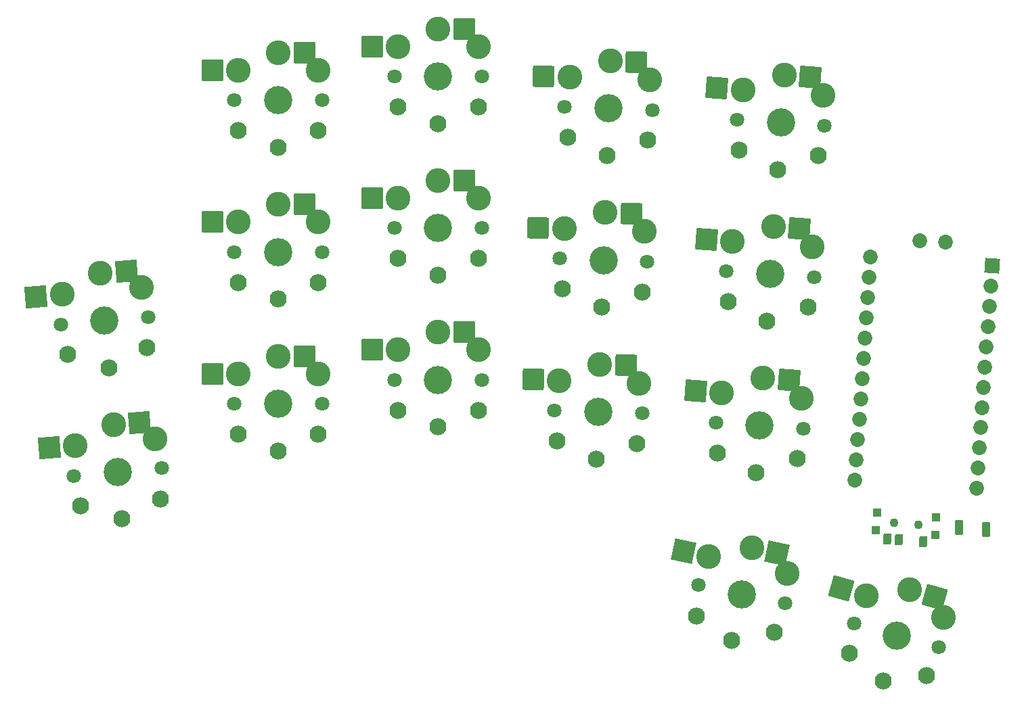
<source format=gbr>
%TF.GenerationSoftware,KiCad,Pcbnew,(6.0.2)*%
%TF.CreationDate,2022-03-13T23:04:35-07:00*%
%TF.ProjectId,polished,706f6c69-7368-4656-942e-6b696361645f,v1.0.0*%
%TF.SameCoordinates,Original*%
%TF.FileFunction,Soldermask,Top*%
%TF.FilePolarity,Negative*%
%FSLAX46Y46*%
G04 Gerber Fmt 4.6, Leading zero omitted, Abs format (unit mm)*
G04 Created by KiCad (PCBNEW (6.0.2)) date 2022-03-13 23:04:35*
%MOMM*%
%LPD*%
G01*
G04 APERTURE LIST*
G04 Aperture macros list*
%AMRoundRect*
0 Rectangle with rounded corners*
0 $1 Rounding radius*
0 $2 $3 $4 $5 $6 $7 $8 $9 X,Y pos of 4 corners*
0 Add a 4 corners polygon primitive as box body*
4,1,4,$2,$3,$4,$5,$6,$7,$8,$9,$2,$3,0*
0 Add four circle primitives for the rounded corners*
1,1,$1+$1,$2,$3*
1,1,$1+$1,$4,$5*
1,1,$1+$1,$6,$7*
1,1,$1+$1,$8,$9*
0 Add four rect primitives between the rounded corners*
20,1,$1+$1,$2,$3,$4,$5,0*
20,1,$1+$1,$4,$5,$6,$7,0*
20,1,$1+$1,$6,$7,$8,$9,0*
20,1,$1+$1,$8,$9,$2,$3,0*%
G04 Aperture macros list end*
%ADD10RoundRect,0.050000X-0.480294X-0.417513X0.417513X-0.480294X0.480294X0.417513X-0.417513X0.480294X0*%
%ADD11C,1.100000*%
%ADD12RoundRect,0.050000X-0.492502X-0.592087X0.405306X-0.654868X0.492502X0.592087X-0.405306X0.654868X0*%
%ADD13C,1.852600*%
%ADD14C,3.529000*%
%ADD15C,1.801800*%
%ADD16C,2.132000*%
%ADD17C,3.100000*%
%ADD18RoundRect,0.050000X-1.300000X-1.300000X1.300000X-1.300000X1.300000X1.300000X-1.300000X1.300000X0*%
%ADD19RoundRect,0.050000X-0.450000X-0.850000X0.450000X-0.850000X0.450000X0.850000X-0.450000X0.850000X0*%
%ADD20RoundRect,0.050000X-1.607969X-0.891312X0.891312X-1.607969X1.607969X0.891312X-0.891312X1.607969X0*%
%ADD21RoundRect,0.050000X-1.344577X-1.253839X1.253839X-1.344577X1.344577X1.253839X-1.253839X1.344577X0*%
%ADD22RoundRect,0.050000X-0.813038X0.935293X-0.935293X-0.813038X0.813038X-0.935293X0.935293X0.813038X0*%
%ADD23RoundRect,0.050000X-1.181751X-1.408356X1.408356X-1.181751X1.181751X1.408356X-1.408356X1.181751X0*%
%ADD24RoundRect,0.050000X-1.541877X-1.001307X1.001307X-1.541877X1.541877X1.001307X-1.001307X1.541877X0*%
%ADD25RoundRect,0.050000X-1.387517X-1.206150X1.206150X-1.387517X1.387517X1.206150X-1.206150X1.387517X0*%
G04 APERTURE END LIST*
D10*
%TO.C,T1*%
X95007279Y-5126932D03*
D11*
X97125188Y-6377716D03*
D10*
X94853815Y-7321573D03*
X102389253Y-5643129D03*
X102235789Y-7837770D03*
D11*
X100117880Y-6586986D03*
D12*
X100721308Y-8709248D03*
X97728616Y-8499979D03*
X96232270Y-8395344D03*
%TD*%
D13*
%TO.C,*%
X103561872Y28758875D03*
X100329764Y28984885D03*
%TD*%
D14*
%TO.C,S22*%
X61408920Y45509647D03*
D15*
X55912270Y45701594D03*
X66905570Y45317700D03*
D16*
X66273256Y41537464D03*
X56279348Y41886459D03*
X61203013Y39613241D03*
X61203013Y39613241D03*
%TD*%
D15*
%TO.C,S30*%
X72675193Y-14175714D03*
X83434817Y-16462742D03*
D14*
X78055005Y-15319228D03*
D16*
X82155679Y-20075747D03*
X72374203Y-17996629D03*
X76828326Y-21090299D03*
X76828326Y-21090299D03*
%TD*%
D14*
%TO.C,S10*%
X20082739Y46532796D03*
D15*
X25582739Y46532796D03*
X14582739Y46532796D03*
D16*
X15082739Y42732796D03*
X25082739Y42732796D03*
X20082739Y40632796D03*
X20082739Y40632796D03*
%TD*%
D14*
%TO.C,S6*%
X20082739Y8532796D03*
D15*
X14582739Y8532796D03*
X25582739Y8532796D03*
D16*
X15082739Y4732796D03*
X25082739Y4732796D03*
X20082739Y2632796D03*
X20082739Y2632796D03*
%TD*%
D17*
%TO.C,S13*%
X40082739Y36482796D03*
D15*
X45582739Y30532796D03*
X34582739Y30532796D03*
D17*
X40082739Y36482796D03*
X35082739Y34282796D03*
X45082739Y34282796D03*
D14*
X40082739Y30532796D03*
D18*
X43357739Y36482796D03*
X31807739Y34282796D03*
%TD*%
D19*
%TO.C,*%
X108647053Y-7183403D03*
X105255335Y-6946231D03*
%TD*%
D15*
%TO.C,S31*%
X92123107Y-18939605D03*
D14*
X97410046Y-20455610D03*
D15*
X102696985Y-21971615D03*
D17*
X99050088Y-14736103D03*
X99050088Y-14736103D03*
X103249995Y-18229065D03*
X93637378Y-15472692D03*
D20*
X102198220Y-15638815D03*
X90489246Y-14569980D03*
%TD*%
D17*
%TO.C,S17*%
X55216658Y11455009D03*
X60290391Y13479171D03*
D14*
X60082739Y7532796D03*
D17*
X65210566Y11106014D03*
D15*
X54586089Y7724743D03*
D17*
X60290391Y13479171D03*
D15*
X65579389Y7340849D03*
D21*
X63563396Y13364876D03*
X51943653Y11569305D03*
%TD*%
D22*
%TO.C,MCU1*%
X109370772Y25816498D03*
D13*
X109193591Y23282686D03*
X109016409Y20748873D03*
X108839228Y18215060D03*
X108662046Y15681248D03*
X108484865Y13147435D03*
X108307683Y10613622D03*
X108130502Y8079810D03*
X107953320Y5545997D03*
X107776139Y3012184D03*
X107598958Y478372D03*
X107421776Y-2055441D03*
X94167896Y26879587D03*
X93990714Y24345774D03*
X93813533Y21811962D03*
X93636352Y19278149D03*
X93459170Y16744336D03*
X93281989Y14210524D03*
X93104807Y11676711D03*
X92927626Y9142898D03*
X92750444Y6609086D03*
X92573263Y4075273D03*
X92396081Y1541460D03*
X92218900Y-992352D03*
%TD*%
D15*
%TO.C,S20*%
X66242479Y26329275D03*
D14*
X60745829Y26521222D03*
D15*
X55249179Y26713169D03*
D16*
X55616257Y22898034D03*
X65610165Y22549039D03*
X60539922Y20624816D03*
X60539922Y20624816D03*
%TD*%
D15*
%TO.C,S3*%
X-7135030Y18448342D03*
D17*
X-2174536Y24855057D03*
X-6963767Y22227650D03*
D15*
X3823112Y19407056D03*
D17*
X-2174536Y24855057D03*
D14*
X-1655959Y18927699D03*
D17*
X2998180Y23099208D03*
D23*
X1088002Y25140493D03*
X-10226304Y21942215D03*
%TD*%
D17*
%TO.C,S1*%
X-518577Y5927358D03*
X4654139Y4171509D03*
D15*
X-5479071Y-479357D03*
X5479071Y479357D03*
D14*
X0Y0D03*
D17*
X-5307808Y3299951D03*
X-518577Y5927358D03*
D23*
X2743961Y6212794D03*
X-8570345Y3014516D03*
%TD*%
D17*
%TO.C,S21*%
X56542839Y49431860D03*
X66536747Y49082865D03*
X61616572Y51456022D03*
D15*
X66905570Y45317700D03*
D14*
X61408920Y45509647D03*
D17*
X61616572Y51456022D03*
D15*
X55912270Y45701594D03*
D21*
X64889577Y51341727D03*
X53269834Y49546156D03*
%TD*%
D14*
%TO.C,S16*%
X40082739Y49532796D03*
D15*
X34582739Y49532796D03*
X45582739Y49532796D03*
D16*
X45082739Y45732796D03*
X35082739Y45732796D03*
X40082739Y43632796D03*
X40082739Y43632796D03*
%TD*%
D14*
%TO.C,S18*%
X60082739Y7532796D03*
D15*
X54586089Y7724743D03*
X65579389Y7340849D03*
D16*
X64947075Y3560613D03*
X54953167Y3909608D03*
X59876832Y1636390D03*
X59876832Y1636390D03*
%TD*%
D14*
%TO.C,S19*%
X60745829Y26521222D03*
D15*
X66242479Y26329275D03*
D17*
X65873656Y30094440D03*
D15*
X55249179Y26713169D03*
D17*
X60953481Y32467597D03*
X55879748Y30443435D03*
X60953481Y32467597D03*
D21*
X64226486Y32353302D03*
X52606743Y30557731D03*
%TD*%
D17*
%TO.C,S29*%
X83725412Y-12690733D03*
X73943936Y-10611616D03*
D14*
X78055005Y-15319228D03*
D15*
X72675193Y-14175714D03*
D17*
X79292080Y-9499250D03*
X79292080Y-9499250D03*
D15*
X83434817Y-16462742D03*
D24*
X82495513Y-10180161D03*
X70740502Y-9930705D03*
%TD*%
D15*
%TO.C,S23*%
X74798902Y6210351D03*
D14*
X80285504Y5826690D03*
D17*
X80700555Y11762196D03*
X75559271Y9916338D03*
X80700555Y11762196D03*
D15*
X85772106Y5443029D03*
D17*
X85534911Y9218773D03*
D25*
X83967577Y11533744D03*
X72292248Y10144790D03*
%TD*%
D15*
%TO.C,S9*%
X14582739Y46532796D03*
X25582739Y46532796D03*
D17*
X15082739Y50282796D03*
X20082739Y52482796D03*
D14*
X20082739Y46532796D03*
D17*
X20082739Y52482796D03*
X25082739Y50282796D03*
D18*
X23357739Y52482796D03*
X11807739Y50282796D03*
%TD*%
D15*
%TO.C,S11*%
X45582739Y11532796D03*
D17*
X35082739Y15282796D03*
X40082739Y17482796D03*
D14*
X40082739Y11532796D03*
D17*
X45082739Y15282796D03*
D15*
X34582739Y11532796D03*
D17*
X40082739Y17482796D03*
D18*
X43357739Y17482796D03*
X31807739Y15282796D03*
%TD*%
D14*
%TO.C,S4*%
X-1655959Y18927699D03*
D15*
X-7135030Y18448342D03*
X3823112Y19407056D03*
D16*
X3656206Y15577938D03*
X-6305741Y14706380D03*
X-1141740Y13050150D03*
X-1141740Y13050150D03*
%TD*%
D17*
%TO.C,S27*%
X83351300Y49669630D03*
X83351300Y49669630D03*
D15*
X77449647Y44117785D03*
D17*
X78210016Y47823772D03*
X88185656Y47126207D03*
D14*
X82936249Y43734124D03*
D15*
X88422851Y43350463D03*
D25*
X86618322Y49441178D03*
X74942993Y48052224D03*
%TD*%
D15*
%TO.C,S12*%
X45582739Y11532796D03*
D14*
X40082739Y11532796D03*
D15*
X34582739Y11532796D03*
D16*
X35082739Y7732796D03*
X45082739Y7732796D03*
X40082739Y5632796D03*
X40082739Y5632796D03*
%TD*%
D15*
%TO.C,S5*%
X14582739Y8532796D03*
D14*
X20082739Y8532796D03*
D17*
X20082739Y14482796D03*
X15082739Y12282796D03*
D15*
X25582739Y8532796D03*
D17*
X25082739Y12282796D03*
X20082739Y14482796D03*
D18*
X23357739Y14482796D03*
X11807739Y12282796D03*
%TD*%
D15*
%TO.C,S2*%
X-5479071Y-479357D03*
D14*
X0Y0D03*
D15*
X5479071Y479357D03*
D16*
X5312165Y-3349761D03*
X-4649782Y-4221319D03*
X514219Y-5877549D03*
X514219Y-5877549D03*
%TD*%
D15*
%TO.C,S26*%
X87097479Y24396746D03*
D14*
X81610877Y24780407D03*
D15*
X76124275Y25164068D03*
D16*
X76357982Y21338446D03*
X86333623Y20640881D03*
X81199314Y18894779D03*
X81199314Y18894779D03*
%TD*%
D15*
%TO.C,S14*%
X34582739Y30532796D03*
D14*
X40082739Y30532796D03*
D15*
X45582739Y30532796D03*
D16*
X45082739Y26732796D03*
X35082739Y26732796D03*
X40082739Y24632796D03*
X40082739Y24632796D03*
%TD*%
D14*
%TO.C,S8*%
X20082739Y27532796D03*
D15*
X25582739Y27532796D03*
X14582739Y27532796D03*
D16*
X15082739Y23732796D03*
X25082739Y23732796D03*
X20082739Y21632796D03*
X20082739Y21632796D03*
%TD*%
D14*
%TO.C,S28*%
X82936249Y43734124D03*
D15*
X88422851Y43350463D03*
X77449647Y44117785D03*
D16*
X87658995Y39594598D03*
X77683354Y40292163D03*
X82524686Y37848496D03*
X82524686Y37848496D03*
%TD*%
D15*
%TO.C,S32*%
X102696985Y-21971615D03*
X92123107Y-18939605D03*
D14*
X97410046Y-20455610D03*
D16*
X101168933Y-25486591D03*
X91556317Y-22730218D03*
X95783786Y-26127054D03*
X95783786Y-26127054D03*
%TD*%
D14*
%TO.C,S7*%
X20082739Y27532796D03*
D17*
X15082739Y31282796D03*
X20082739Y33482796D03*
X20082739Y33482796D03*
D15*
X25582739Y27532796D03*
D17*
X25082739Y31282796D03*
D15*
X14582739Y27532796D03*
D18*
X23357739Y33482796D03*
X11807739Y31282796D03*
%TD*%
D17*
%TO.C,S25*%
X82025928Y30715913D03*
X86860284Y28172490D03*
D15*
X76124275Y25164068D03*
D17*
X76884644Y28870055D03*
D15*
X87097479Y24396746D03*
D14*
X81610877Y24780407D03*
D17*
X82025928Y30715913D03*
D25*
X85292950Y30487461D03*
X73617621Y29098507D03*
%TD*%
D14*
%TO.C,S24*%
X80285504Y5826690D03*
D15*
X74798902Y6210351D03*
X85772106Y5443029D03*
D16*
X75032609Y2384729D03*
X85008250Y1687164D03*
X79873941Y-58938D03*
X79873941Y-58938D03*
%TD*%
D17*
%TO.C,S15*%
X45082739Y53282796D03*
D15*
X34582739Y49532796D03*
D17*
X40082739Y55482796D03*
D15*
X45582739Y49532796D03*
D17*
X40082739Y55482796D03*
D14*
X40082739Y49532796D03*
D17*
X35082739Y53282796D03*
D18*
X43357739Y55482796D03*
X31807739Y53282796D03*
%TD*%
M02*

</source>
